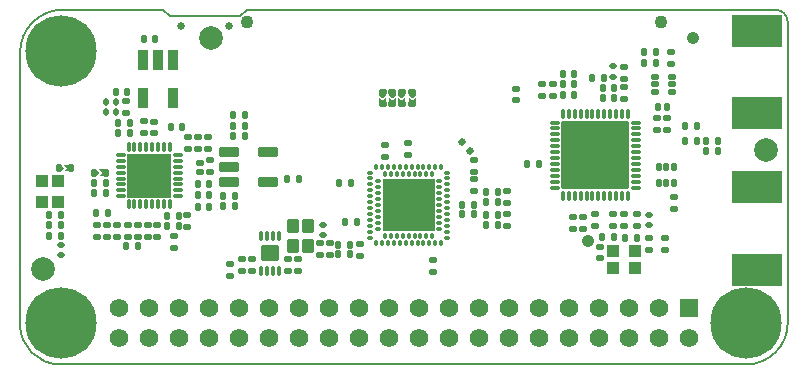
<source format=gbs>
G04*
G04 #@! TF.GenerationSoftware,Altium Limited,CircuitStudio,1.5.2 (30)*
G04*
G04 Layer_Color=8150272*
%FSLAX25Y25*%
%MOIN*%
G70*
G01*
G75*
%ADD54C,0.00500*%
%ADD101C,0.04137*%
G04:AMPARAMS|DCode=102|XSize=26.38mil|YSize=22.44mil|CornerRadius=6.3mil|HoleSize=0mil|Usage=FLASHONLY|Rotation=0.000|XOffset=0mil|YOffset=0mil|HoleType=Round|Shape=RoundedRectangle|*
%AMROUNDEDRECTD102*
21,1,0.02638,0.00984,0,0,0.0*
21,1,0.01378,0.02244,0,0,0.0*
1,1,0.01260,0.00689,-0.00492*
1,1,0.01260,-0.00689,-0.00492*
1,1,0.01260,-0.00689,0.00492*
1,1,0.01260,0.00689,0.00492*
%
%ADD102ROUNDEDRECTD102*%
G04:AMPARAMS|DCode=103|XSize=26.38mil|YSize=20.47mil|CornerRadius=5.81mil|HoleSize=0mil|Usage=FLASHONLY|Rotation=180.000|XOffset=0mil|YOffset=0mil|HoleType=Round|Shape=RoundedRectangle|*
%AMROUNDEDRECTD103*
21,1,0.02638,0.00886,0,0,180.0*
21,1,0.01476,0.02047,0,0,180.0*
1,1,0.01161,-0.00738,0.00443*
1,1,0.01161,0.00738,0.00443*
1,1,0.01161,0.00738,-0.00443*
1,1,0.01161,-0.00738,-0.00443*
%
%ADD103ROUNDEDRECTD103*%
G04:AMPARAMS|DCode=104|XSize=26.38mil|YSize=22.44mil|CornerRadius=6.3mil|HoleSize=0mil|Usage=FLASHONLY|Rotation=90.000|XOffset=0mil|YOffset=0mil|HoleType=Round|Shape=RoundedRectangle|*
%AMROUNDEDRECTD104*
21,1,0.02638,0.00984,0,0,90.0*
21,1,0.01378,0.02244,0,0,90.0*
1,1,0.01260,0.00492,0.00689*
1,1,0.01260,0.00492,-0.00689*
1,1,0.01260,-0.00492,-0.00689*
1,1,0.01260,-0.00492,0.00689*
%
%ADD104ROUNDEDRECTD104*%
G04:AMPARAMS|DCode=105|XSize=24.41mil|YSize=20.47mil|CornerRadius=5.81mil|HoleSize=0mil|Usage=FLASHONLY|Rotation=270.000|XOffset=0mil|YOffset=0mil|HoleType=Round|Shape=RoundedRectangle|*
%AMROUNDEDRECTD105*
21,1,0.02441,0.00886,0,0,270.0*
21,1,0.01280,0.02047,0,0,270.0*
1,1,0.01161,-0.00443,-0.00640*
1,1,0.01161,-0.00443,0.00640*
1,1,0.01161,0.00443,0.00640*
1,1,0.01161,0.00443,-0.00640*
%
%ADD105ROUNDEDRECTD105*%
G04:AMPARAMS|DCode=119|XSize=24.41mil|YSize=20.47mil|CornerRadius=5.81mil|HoleSize=0mil|Usage=FLASHONLY|Rotation=0.000|XOffset=0mil|YOffset=0mil|HoleType=Round|Shape=RoundedRectangle|*
%AMROUNDEDRECTD119*
21,1,0.02441,0.00886,0,0,0.0*
21,1,0.01280,0.02047,0,0,0.0*
1,1,0.01161,0.00640,-0.00443*
1,1,0.01161,-0.00640,-0.00443*
1,1,0.01161,-0.00640,0.00443*
1,1,0.01161,0.00640,0.00443*
%
%ADD119ROUNDEDRECTD119*%
%ADD122R,0.16796X0.10792*%
%ADD123C,0.07874*%
G04:AMPARAMS|DCode=126|XSize=26.38mil|YSize=20.47mil|CornerRadius=5.81mil|HoleSize=0mil|Usage=FLASHONLY|Rotation=270.000|XOffset=0mil|YOffset=0mil|HoleType=Round|Shape=RoundedRectangle|*
%AMROUNDEDRECTD126*
21,1,0.02638,0.00886,0,0,270.0*
21,1,0.01476,0.02047,0,0,270.0*
1,1,0.01161,-0.00443,-0.00738*
1,1,0.01161,-0.00443,0.00738*
1,1,0.01161,0.00443,0.00738*
1,1,0.01161,0.00443,-0.00738*
%
%ADD126ROUNDEDRECTD126*%
G04:AMPARAMS|DCode=127|XSize=16.93mil|YSize=25.76mil|CornerRadius=2.09mil|HoleSize=0mil|Usage=FLASHONLY|Rotation=180.000|XOffset=0mil|YOffset=0mil|HoleType=Round|Shape=RoundedRectangle|*
%AMROUNDEDRECTD127*
21,1,0.01693,0.02158,0,0,180.0*
21,1,0.01276,0.02576,0,0,180.0*
1,1,0.00417,-0.00638,0.01079*
1,1,0.00417,0.00638,0.01079*
1,1,0.00417,0.00638,-0.01079*
1,1,0.00417,-0.00638,-0.01079*
%
%ADD127ROUNDEDRECTD127*%
G04:AMPARAMS|DCode=128|XSize=16.93mil|YSize=25.76mil|CornerRadius=2.09mil|HoleSize=0mil|Usage=FLASHONLY|Rotation=270.000|XOffset=0mil|YOffset=0mil|HoleType=Round|Shape=RoundedRectangle|*
%AMROUNDEDRECTD128*
21,1,0.01693,0.02158,0,0,270.0*
21,1,0.01276,0.02576,0,0,270.0*
1,1,0.00417,-0.01079,-0.00638*
1,1,0.00417,-0.01079,0.00638*
1,1,0.00417,0.01079,0.00638*
1,1,0.00417,0.01079,-0.00638*
%
%ADD128ROUNDEDRECTD128*%
%ADD135C,0.02662*%
%ADD136C,0.06206*%
%ADD137R,0.06206X0.06206*%
%ADD138C,0.23748*%
%ADD139C,0.04300*%
G04:AMPARAMS|DCode=140|XSize=42.37mil|YSize=40.4mil|CornerRadius=3.37mil|HoleSize=0mil|Usage=FLASHONLY|Rotation=90.000|XOffset=0mil|YOffset=0mil|HoleType=Round|Shape=RoundedRectangle|*
%AMROUNDEDRECTD140*
21,1,0.04237,0.03366,0,0,90.0*
21,1,0.03563,0.04040,0,0,90.0*
1,1,0.00674,0.01683,0.01782*
1,1,0.00674,0.01683,-0.01782*
1,1,0.00674,-0.01683,-0.01782*
1,1,0.00674,-0.01683,0.01782*
%
%ADD140ROUNDEDRECTD140*%
G04:AMPARAMS|DCode=141|XSize=42.37mil|YSize=40.4mil|CornerRadius=3.37mil|HoleSize=0mil|Usage=FLASHONLY|Rotation=180.000|XOffset=0mil|YOffset=0mil|HoleType=Round|Shape=RoundedRectangle|*
%AMROUNDEDRECTD141*
21,1,0.04237,0.03366,0,0,180.0*
21,1,0.03563,0.04040,0,0,180.0*
1,1,0.00674,-0.01782,0.01683*
1,1,0.00674,0.01782,0.01683*
1,1,0.00674,0.01782,-0.01683*
1,1,0.00674,-0.01782,-0.01683*
%
%ADD141ROUNDEDRECTD141*%
%ADD142O,0.01284X0.03450*%
%ADD143O,0.03450X0.01284*%
%ADD144R,0.14867X0.14867*%
G04:AMPARAMS|DCode=145|XSize=227.41mil|YSize=227.41mil|CornerRadius=7.11mil|HoleSize=0mil|Usage=FLASHONLY|Rotation=90.000|XOffset=0mil|YOffset=0mil|HoleType=Round|Shape=RoundedRectangle|*
%AMROUNDEDRECTD145*
21,1,0.22741,0.21319,0,0,90.0*
21,1,0.21319,0.22741,0,0,90.0*
1,1,0.01422,0.10659,0.10659*
1,1,0.01422,0.10659,-0.10659*
1,1,0.01422,-0.10659,-0.10659*
1,1,0.01422,-0.10659,0.10659*
%
%ADD145ROUNDEDRECTD145*%
G04:AMPARAMS|DCode=146|XSize=36.47mil|YSize=14.81mil|CornerRadius=6.22mil|HoleSize=0mil|Usage=FLASHONLY|Rotation=90.000|XOffset=0mil|YOffset=0mil|HoleType=Round|Shape=RoundedRectangle|*
%AMROUNDEDRECTD146*
21,1,0.03647,0.00236,0,0,90.0*
21,1,0.02402,0.01481,0,0,90.0*
1,1,0.01245,0.00118,0.01201*
1,1,0.01245,0.00118,-0.01201*
1,1,0.01245,-0.00118,-0.01201*
1,1,0.01245,-0.00118,0.01201*
%
%ADD146ROUNDEDRECTD146*%
G04:AMPARAMS|DCode=147|XSize=36.47mil|YSize=14.81mil|CornerRadius=6.22mil|HoleSize=0mil|Usage=FLASHONLY|Rotation=180.000|XOffset=0mil|YOffset=0mil|HoleType=Round|Shape=RoundedRectangle|*
%AMROUNDEDRECTD147*
21,1,0.03647,0.00236,0,0,180.0*
21,1,0.02402,0.01481,0,0,180.0*
1,1,0.01245,-0.01201,0.00118*
1,1,0.01245,0.01201,0.00118*
1,1,0.01245,0.01201,-0.00118*
1,1,0.01245,-0.01201,-0.00118*
%
%ADD147ROUNDEDRECTD147*%
G04:AMPARAMS|DCode=148|XSize=176.23mil|YSize=176.23mil|CornerRadius=5.83mil|HoleSize=0mil|Usage=FLASHONLY|Rotation=180.000|XOffset=0mil|YOffset=0mil|HoleType=Round|Shape=RoundedRectangle|*
%AMROUNDEDRECTD148*
21,1,0.17623,0.16457,0,0,180.0*
21,1,0.16457,0.17623,0,0,180.0*
1,1,0.01166,-0.08228,0.08228*
1,1,0.01166,0.08228,0.08228*
1,1,0.01166,0.08228,-0.08228*
1,1,0.01166,-0.08228,-0.08228*
%
%ADD148ROUNDEDRECTD148*%
G04:AMPARAMS|DCode=149|XSize=18.75mil|YSize=11.66mil|CornerRadius=2.37mil|HoleSize=0mil|Usage=FLASHONLY|Rotation=270.000|XOffset=0mil|YOffset=0mil|HoleType=Round|Shape=RoundedRectangle|*
%AMROUNDEDRECTD149*
21,1,0.01875,0.00693,0,0,270.0*
21,1,0.01402,0.01166,0,0,270.0*
1,1,0.00473,-0.00347,-0.00701*
1,1,0.00473,-0.00347,0.00701*
1,1,0.00473,0.00347,0.00701*
1,1,0.00473,0.00347,-0.00701*
%
%ADD149ROUNDEDRECTD149*%
G04:AMPARAMS|DCode=150|XSize=18.75mil|YSize=11.66mil|CornerRadius=2.37mil|HoleSize=0mil|Usage=FLASHONLY|Rotation=0.000|XOffset=0mil|YOffset=0mil|HoleType=Round|Shape=RoundedRectangle|*
%AMROUNDEDRECTD150*
21,1,0.01875,0.00693,0,0,0.0*
21,1,0.01402,0.01166,0,0,0.0*
1,1,0.00473,0.00701,-0.00347*
1,1,0.00473,-0.00701,-0.00347*
1,1,0.00473,-0.00701,0.00347*
1,1,0.00473,0.00701,0.00347*
%
%ADD150ROUNDEDRECTD150*%
G04:AMPARAMS|DCode=151|XSize=59.09mil|YSize=55.15mil|CornerRadius=6.32mil|HoleSize=0mil|Usage=FLASHONLY|Rotation=180.000|XOffset=0mil|YOffset=0mil|HoleType=Round|Shape=RoundedRectangle|*
%AMROUNDEDRECTD151*
21,1,0.05909,0.04252,0,0,180.0*
21,1,0.04646,0.05515,0,0,180.0*
1,1,0.01263,-0.02323,0.02126*
1,1,0.01263,0.02323,0.02126*
1,1,0.01263,0.02323,-0.02126*
1,1,0.01263,-0.02323,-0.02126*
%
%ADD151ROUNDEDRECTD151*%
G04:AMPARAMS|DCode=152|XSize=31.53mil|YSize=13.81mil|CornerRadius=3.95mil|HoleSize=0mil|Usage=FLASHONLY|Rotation=270.000|XOffset=0mil|YOffset=0mil|HoleType=Round|Shape=RoundedRectangle|*
%AMROUNDEDRECTD152*
21,1,0.03153,0.00591,0,0,270.0*
21,1,0.02363,0.01381,0,0,270.0*
1,1,0.00791,-0.00295,-0.01181*
1,1,0.00791,-0.00295,0.01181*
1,1,0.00791,0.00295,0.01181*
1,1,0.00791,0.00295,-0.01181*
%
%ADD152ROUNDEDRECTD152*%
G04:AMPARAMS|DCode=153|XSize=28.59mil|YSize=16.78mil|CornerRadius=2.88mil|HoleSize=0mil|Usage=FLASHONLY|Rotation=180.000|XOffset=0mil|YOffset=0mil|HoleType=Round|Shape=RoundedRectangle|*
%AMROUNDEDRECTD153*
21,1,0.02859,0.01102,0,0,180.0*
21,1,0.02284,0.01678,0,0,180.0*
1,1,0.00576,-0.01142,0.00551*
1,1,0.00576,0.01142,0.00551*
1,1,0.00576,0.01142,-0.00551*
1,1,0.00576,-0.01142,-0.00551*
%
%ADD153ROUNDEDRECTD153*%
G04:AMPARAMS|DCode=154|XSize=28.59mil|YSize=16.78mil|CornerRadius=2.88mil|HoleSize=0mil|Usage=FLASHONLY|Rotation=90.000|XOffset=0mil|YOffset=0mil|HoleType=Round|Shape=RoundedRectangle|*
%AMROUNDEDRECTD154*
21,1,0.02859,0.01102,0,0,90.0*
21,1,0.02284,0.01678,0,0,90.0*
1,1,0.00576,0.00551,0.01142*
1,1,0.00576,0.00551,-0.01142*
1,1,0.00576,-0.00551,-0.01142*
1,1,0.00576,-0.00551,0.01142*
%
%ADD154ROUNDEDRECTD154*%
G04:AMPARAMS|DCode=155|XSize=26.38mil|YSize=20.47mil|CornerRadius=5.81mil|HoleSize=0mil|Usage=FLASHONLY|Rotation=225.000|XOffset=0mil|YOffset=0mil|HoleType=Round|Shape=RoundedRectangle|*
%AMROUNDEDRECTD155*
21,1,0.02638,0.00886,0,0,225.0*
21,1,0.01476,0.02047,0,0,225.0*
1,1,0.01161,-0.00835,-0.00209*
1,1,0.01161,0.00209,0.00835*
1,1,0.01161,0.00835,0.00209*
1,1,0.01161,-0.00209,-0.00835*
%
%ADD155ROUNDEDRECTD155*%
G04:AMPARAMS|DCode=156|XSize=67.96mil|YSize=32.92mil|CornerRadius=3mil|HoleSize=0mil|Usage=FLASHONLY|Rotation=90.000|XOffset=0mil|YOffset=0mil|HoleType=Round|Shape=RoundedRectangle|*
%AMROUNDEDRECTD156*
21,1,0.06796,0.02693,0,0,90.0*
21,1,0.06197,0.03292,0,0,90.0*
1,1,0.00599,0.01347,0.03098*
1,1,0.00599,0.01347,-0.03098*
1,1,0.00599,-0.01347,-0.03098*
1,1,0.00599,-0.01347,0.03098*
%
%ADD156ROUNDEDRECTD156*%
G04:AMPARAMS|DCode=157|XSize=38.19mil|YSize=46.06mil|CornerRadius=2.26mil|HoleSize=0mil|Usage=FLASHONLY|Rotation=0.000|XOffset=0mil|YOffset=0mil|HoleType=Round|Shape=RoundedRectangle|*
%AMROUNDEDRECTD157*
21,1,0.03819,0.04154,0,0,0.0*
21,1,0.03366,0.04606,0,0,0.0*
1,1,0.00453,0.01683,-0.02077*
1,1,0.00453,-0.01683,-0.02077*
1,1,0.00453,-0.01683,0.02077*
1,1,0.00453,0.01683,0.02077*
%
%ADD157ROUNDEDRECTD157*%
G04:AMPARAMS|DCode=158|XSize=68mil|YSize=33mil|CornerRadius=4.5mil|HoleSize=0mil|Usage=FLASHONLY|Rotation=180.000|XOffset=0mil|YOffset=0mil|HoleType=Round|Shape=RoundedRectangle|*
%AMROUNDEDRECTD158*
21,1,0.06800,0.02400,0,0,180.0*
21,1,0.05900,0.03300,0,0,180.0*
1,1,0.00900,-0.02950,0.01200*
1,1,0.00900,0.02950,0.01200*
1,1,0.00900,0.02950,-0.01200*
1,1,0.00900,-0.02950,-0.01200*
%
%ADD158ROUNDEDRECTD158*%
G36*
X1051006Y763781D02*
X1049306D01*
Y763881D01*
X1050206Y764781D01*
Y765081D01*
X1049306Y765981D01*
Y766081D01*
X1051006D01*
Y763781D01*
D02*
G37*
G36*
X1156676Y786681D02*
X1154376D01*
Y788381D01*
X1154476D01*
X1155376Y787481D01*
X1155676D01*
X1156576Y788381D01*
X1156676D01*
Y786681D01*
D02*
G37*
G36*
X1159876D02*
X1157576D01*
Y788381D01*
X1157676D01*
X1158576Y787481D01*
X1158876D01*
X1159776Y788381D01*
X1159876D01*
Y786681D01*
D02*
G37*
G36*
X1060946Y763551D02*
Y763251D01*
X1059946Y762251D01*
X1059146D01*
Y764551D01*
X1059946D01*
X1060946Y763551D01*
D02*
G37*
G36*
X1062706Y762251D02*
X1061006D01*
Y762351D01*
X1061906Y763251D01*
Y763551D01*
X1061006Y764451D01*
Y764551D01*
X1062706D01*
Y762251D01*
D02*
G37*
G36*
X1049246Y765081D02*
Y764781D01*
X1048246Y763781D01*
X1047446D01*
Y766081D01*
X1048246D01*
X1049246Y765081D01*
D02*
G37*
G36*
X1159876Y789281D02*
X1158876Y788281D01*
X1158576D01*
X1157576Y789281D01*
Y790081D01*
X1159876D01*
Y789281D01*
D02*
G37*
G36*
X1163076D02*
X1162076Y788281D01*
X1161776D01*
X1160776Y789281D01*
Y790081D01*
X1163076D01*
Y789281D01*
D02*
G37*
G36*
X1166476D02*
X1165476Y788281D01*
X1165176D01*
X1164176Y789281D01*
Y790081D01*
X1166476D01*
Y789281D01*
D02*
G37*
G36*
X1163076Y786681D02*
X1160776D01*
Y788381D01*
X1160876D01*
X1161776Y787481D01*
X1162076D01*
X1162976Y788381D01*
X1163076D01*
Y786681D01*
D02*
G37*
G36*
X1166476D02*
X1164176D01*
Y788381D01*
X1164276D01*
X1165176Y787481D01*
X1165476D01*
X1166376Y788381D01*
X1166476D01*
Y786681D01*
D02*
G37*
G36*
X1156676Y789281D02*
X1155676Y788281D01*
X1155376D01*
X1154376Y789281D01*
Y790081D01*
X1156676D01*
Y789281D01*
D02*
G37*
D54*
X1276749Y699502D02*
G03*
X1290528Y713281I0J13780D01*
G01*
X1034623Y712769D02*
G03*
X1047891Y699502I13268J0D01*
G01*
X1048995Y817730D02*
G03*
X1034623Y803358I0J-14372D01*
G01*
X1290528Y813564D02*
G03*
X1286362Y817730I-4166J0D01*
G01*
X1047891Y699502D02*
X1276749Y699502D01*
X1034623Y712769D02*
X1034623Y796470D01*
X1290528Y718006D02*
Y767631D01*
X1084591Y815466D02*
X1107961D01*
X1034623Y796470D02*
Y803358D01*
X1290528Y713281D02*
Y718006D01*
X1110224Y817730D02*
X1286362D01*
X1290528Y767631D02*
Y813564D01*
X1082327Y817730D02*
X1084591Y815466D01*
X1048995Y817730D02*
X1082327D01*
X1107961Y815466D02*
X1110224Y817730D01*
D101*
X1259076Y808281D02*
D03*
X1223876Y740681D02*
D03*
D102*
X1236076Y798550D02*
D03*
Y794613D02*
D03*
X1137806Y739940D02*
D03*
Y736003D02*
D03*
X1134506Y739920D02*
D03*
Y735983D02*
D03*
X1199991Y787484D02*
D03*
Y791421D02*
D03*
X1085876Y738413D02*
D03*
Y742350D02*
D03*
X1090776Y775150D02*
D03*
Y771213D02*
D03*
X1111976Y730743D02*
D03*
Y734680D02*
D03*
X1244141Y741698D02*
D03*
Y737761D02*
D03*
X1240204Y745635D02*
D03*
Y749572D02*
D03*
X1236076Y787913D02*
D03*
Y791850D02*
D03*
X1247103Y777572D02*
D03*
Y781509D02*
D03*
X1222276Y744713D02*
D03*
Y748650D02*
D03*
X1232330Y749572D02*
D03*
Y745635D02*
D03*
X1212251Y792879D02*
D03*
Y788942D02*
D03*
X1208708D02*
D03*
Y792879D02*
D03*
X1097376Y775150D02*
D03*
Y771213D02*
D03*
X1156175Y768727D02*
D03*
Y772664D02*
D03*
X1147876Y739550D02*
D03*
Y735613D02*
D03*
X1172376Y734150D02*
D03*
Y730213D02*
D03*
X1164032Y773242D02*
D03*
Y769305D02*
D03*
X1060176Y746050D02*
D03*
Y742113D02*
D03*
X1076076Y780450D02*
D03*
Y776513D02*
D03*
X1079239Y780427D02*
D03*
Y776490D02*
D03*
X1070479Y746027D02*
D03*
Y742090D02*
D03*
X1077172D02*
D03*
Y746027D02*
D03*
X1080322Y742090D02*
D03*
Y746027D02*
D03*
X1227976Y738750D02*
D03*
Y734813D02*
D03*
X1090410Y745289D02*
D03*
Y749226D02*
D03*
X1069876Y787250D02*
D03*
Y783313D02*
D03*
X1252676Y755350D02*
D03*
Y751413D02*
D03*
X1236070Y749572D02*
D03*
Y745635D02*
D03*
X1250253Y777572D02*
D03*
Y781509D02*
D03*
X1251631Y799620D02*
D03*
Y803557D02*
D03*
D103*
X1249476Y737681D02*
D03*
Y741681D02*
D03*
X1124026Y734711D02*
D03*
Y730711D02*
D03*
X1127216Y734671D02*
D03*
Y730671D02*
D03*
X1108586Y734741D02*
D03*
Y730741D02*
D03*
X1165316Y786401D02*
D03*
Y790401D02*
D03*
X1161956Y786401D02*
D03*
Y790401D02*
D03*
X1158716Y786391D02*
D03*
Y790391D02*
D03*
X1155536Y786411D02*
D03*
Y790411D02*
D03*
X1196956Y753243D02*
D03*
Y757243D02*
D03*
X1196956Y745566D02*
D03*
Y749566D02*
D03*
X1218876Y748681D02*
D03*
Y744681D02*
D03*
X1186080Y763761D02*
D03*
Y767761D02*
D03*
X1185953Y757245D02*
D03*
Y761245D02*
D03*
X1104576Y728881D02*
D03*
Y732881D02*
D03*
X1073876Y746081D02*
D03*
Y742081D02*
D03*
X1067076D02*
D03*
Y746081D02*
D03*
X1094076Y775181D02*
D03*
Y771181D02*
D03*
X1063576Y746081D02*
D03*
Y742081D02*
D03*
X1226425Y745604D02*
D03*
Y749604D02*
D03*
X1097976Y767581D02*
D03*
Y763581D02*
D03*
D104*
X1048344Y749181D02*
D03*
X1044407D02*
D03*
X1070444Y790381D02*
D03*
X1066507D02*
D03*
X1048344Y742381D02*
D03*
X1044407D02*
D03*
X1048344Y745781D02*
D03*
X1044407D02*
D03*
X1059207Y763381D02*
D03*
X1063144D02*
D03*
X1240204Y741698D02*
D03*
X1236267D02*
D03*
X1232527Y741895D02*
D03*
X1228590D02*
D03*
X1207724Y766305D02*
D03*
X1203787D02*
D03*
X1229144Y794981D02*
D03*
X1225207D02*
D03*
X1219444Y789181D02*
D03*
X1215507D02*
D03*
X1219444Y792781D02*
D03*
X1215507D02*
D03*
X1232744Y791681D02*
D03*
X1228807D02*
D03*
X1232744Y788181D02*
D03*
X1228807D02*
D03*
X1215507Y796381D02*
D03*
X1219444D02*
D03*
X1144944Y759781D02*
D03*
X1141007D02*
D03*
X1143107Y747081D02*
D03*
X1147044D02*
D03*
X1063146Y760053D02*
D03*
X1059209D02*
D03*
X1059207Y756681D02*
D03*
X1063144D02*
D03*
X1060007Y750081D02*
D03*
X1063944D02*
D03*
X1074022Y738940D02*
D03*
X1070085D02*
D03*
X1097792Y759757D02*
D03*
X1093855D02*
D03*
X1084807Y778681D02*
D03*
X1088744D02*
D03*
X1067207Y776581D02*
D03*
X1071144D02*
D03*
X1067207Y779981D02*
D03*
X1071144D02*
D03*
X1097792Y755919D02*
D03*
X1093855D02*
D03*
X1097792Y752080D02*
D03*
X1093855D02*
D03*
X1127615Y761234D02*
D03*
X1123678D02*
D03*
X1079780Y807887D02*
D03*
X1075843D02*
D03*
X1109603Y782494D02*
D03*
X1105666D02*
D03*
X1109603Y779049D02*
D03*
X1105666D02*
D03*
X1109579Y775662D02*
D03*
X1105642D02*
D03*
X1182007Y749481D02*
D03*
X1185944D02*
D03*
Y752681D02*
D03*
X1182007D02*
D03*
D105*
X1063203Y783681D02*
D03*
X1066549D02*
D03*
X1063203Y786981D02*
D03*
X1066549D02*
D03*
D119*
X1135766Y742534D02*
D03*
Y745880D02*
D03*
X1048275Y739354D02*
D03*
Y736007D02*
D03*
X1244141Y745931D02*
D03*
Y749277D02*
D03*
X1232330Y798785D02*
D03*
Y795439D02*
D03*
D122*
X1280174Y758448D02*
D03*
Y730948D02*
D03*
Y810614D02*
D03*
Y783114D02*
D03*
D123*
X1283127Y770886D02*
D03*
X1098136Y808401D02*
D03*
X1042280Y731214D02*
D03*
D126*
X1246776Y800081D02*
D03*
X1242776D02*
D03*
X1246776Y803581D02*
D03*
X1242776D02*
D03*
X1102176Y755581D02*
D03*
X1106176D02*
D03*
X1051556Y764911D02*
D03*
X1047556D02*
D03*
X1260176Y778981D02*
D03*
X1256176D02*
D03*
X1260176Y773981D02*
D03*
X1256176D02*
D03*
X1267176Y770581D02*
D03*
X1263176D02*
D03*
X1267176Y773881D02*
D03*
X1263176D02*
D03*
X1190059Y756795D02*
D03*
X1194059D02*
D03*
X1190035Y753557D02*
D03*
X1194035D02*
D03*
X1190059Y749118D02*
D03*
X1194059D02*
D03*
X1083587Y745486D02*
D03*
X1087587D02*
D03*
X1102176Y752281D02*
D03*
X1106176D02*
D03*
X1190059Y745870D02*
D03*
X1194059D02*
D03*
X1140566Y739411D02*
D03*
X1144566D02*
D03*
X1083587Y749029D02*
D03*
X1087587D02*
D03*
X1140576Y736181D02*
D03*
X1144576D02*
D03*
D127*
X1247176Y785281D02*
D03*
X1250176D02*
D03*
D128*
X1094576Y763681D02*
D03*
Y766681D02*
D03*
D135*
X1104348Y812331D02*
D03*
X1088403D02*
D03*
D136*
X1097576Y718281D02*
D03*
Y708281D02*
D03*
X1087576Y718281D02*
D03*
Y708281D02*
D03*
X1077576Y718281D02*
D03*
Y708281D02*
D03*
X1067576Y718281D02*
D03*
Y708281D02*
D03*
X1107576D02*
D03*
Y718281D02*
D03*
X1117576Y708281D02*
D03*
Y718281D02*
D03*
X1127576Y708281D02*
D03*
Y718281D02*
D03*
X1137576Y708281D02*
D03*
Y718281D02*
D03*
X1147576Y708281D02*
D03*
Y718281D02*
D03*
X1157576Y708281D02*
D03*
Y718281D02*
D03*
X1167576Y708281D02*
D03*
Y718281D02*
D03*
X1177576Y708281D02*
D03*
Y718281D02*
D03*
X1187576Y708281D02*
D03*
Y718281D02*
D03*
X1197576Y708281D02*
D03*
Y718281D02*
D03*
X1207576Y708281D02*
D03*
Y718281D02*
D03*
X1217576Y708281D02*
D03*
Y718281D02*
D03*
X1227576Y708281D02*
D03*
Y718281D02*
D03*
X1237576Y708281D02*
D03*
Y718281D02*
D03*
X1247576Y708281D02*
D03*
Y718281D02*
D03*
X1257576Y708281D02*
D03*
D137*
Y718281D02*
D03*
D138*
X1048402Y713281D02*
D03*
Y803832D02*
D03*
X1276749Y713281D02*
D03*
D139*
X1110176Y813561D02*
D03*
X1248276D02*
D03*
D140*
X1047398Y753458D02*
D03*
X1041887D02*
D03*
Y760742D02*
D03*
X1047398D02*
D03*
D141*
X1239717Y737237D02*
D03*
Y731725D02*
D03*
X1232434D02*
D03*
Y737237D02*
D03*
D142*
X1084603Y752868D02*
D03*
X1082635D02*
D03*
X1080666D02*
D03*
X1078698D02*
D03*
X1076729D02*
D03*
X1074761D02*
D03*
X1072792D02*
D03*
X1070824D02*
D03*
Y771962D02*
D03*
X1072792D02*
D03*
X1074761D02*
D03*
X1076729D02*
D03*
X1078698D02*
D03*
X1080666D02*
D03*
X1082635D02*
D03*
X1084603D02*
D03*
D143*
X1068166Y755525D02*
D03*
Y757494D02*
D03*
Y759462D02*
D03*
Y761431D02*
D03*
Y763399D02*
D03*
Y765368D02*
D03*
Y767336D02*
D03*
Y769305D02*
D03*
X1087261D02*
D03*
Y767336D02*
D03*
Y765368D02*
D03*
Y763399D02*
D03*
Y761431D02*
D03*
Y759462D02*
D03*
Y757494D02*
D03*
Y755525D02*
D03*
D144*
X1077713Y762415D02*
D03*
D145*
X1226425Y769257D02*
D03*
D146*
X1237251Y782840D02*
D03*
X1235283D02*
D03*
X1233314D02*
D03*
X1231346D02*
D03*
X1229377D02*
D03*
X1227409D02*
D03*
X1225440D02*
D03*
X1223472D02*
D03*
X1221503D02*
D03*
X1219535D02*
D03*
X1217566D02*
D03*
X1215598D02*
D03*
Y755675D02*
D03*
X1217566D02*
D03*
X1219535D02*
D03*
X1221503D02*
D03*
X1223472D02*
D03*
X1225440D02*
D03*
X1227409D02*
D03*
X1229377D02*
D03*
X1231346D02*
D03*
X1233314D02*
D03*
X1235283D02*
D03*
X1237251D02*
D03*
D147*
X1212842Y780084D02*
D03*
Y778116D02*
D03*
Y776147D02*
D03*
Y774179D02*
D03*
Y772210D02*
D03*
Y770242D02*
D03*
Y768273D02*
D03*
Y766305D02*
D03*
Y764336D02*
D03*
Y762368D02*
D03*
Y760399D02*
D03*
Y758431D02*
D03*
X1240007D02*
D03*
Y760399D02*
D03*
Y762368D02*
D03*
Y764336D02*
D03*
Y766305D02*
D03*
Y768273D02*
D03*
Y770242D02*
D03*
Y772210D02*
D03*
Y774179D02*
D03*
Y776147D02*
D03*
Y778116D02*
D03*
Y780084D02*
D03*
D148*
X1164176Y752601D02*
D03*
D149*
X1172050Y762837D02*
D03*
X1170081D02*
D03*
X1168113D02*
D03*
X1166144D02*
D03*
X1164176D02*
D03*
X1162207D02*
D03*
X1160239D02*
D03*
X1158270D02*
D03*
X1156302D02*
D03*
Y742365D02*
D03*
X1158270D02*
D03*
X1160239D02*
D03*
X1162207D02*
D03*
X1164176D02*
D03*
X1166144D02*
D03*
X1168113D02*
D03*
X1170081D02*
D03*
X1172050D02*
D03*
X1175002Y765396D02*
D03*
X1173034D02*
D03*
X1171065D02*
D03*
X1169097D02*
D03*
X1167128D02*
D03*
X1165160D02*
D03*
X1163191D02*
D03*
X1161223D02*
D03*
X1159254D02*
D03*
X1157286D02*
D03*
X1155317D02*
D03*
X1153349D02*
D03*
Y739806D02*
D03*
X1155317D02*
D03*
X1157286D02*
D03*
X1159254D02*
D03*
X1161223D02*
D03*
X1163191D02*
D03*
X1165160D02*
D03*
X1167128D02*
D03*
X1169097D02*
D03*
X1171065D02*
D03*
X1173034D02*
D03*
X1175002D02*
D03*
D150*
X1153939Y760475D02*
D03*
Y758507D02*
D03*
Y756538D02*
D03*
Y754570D02*
D03*
Y752601D02*
D03*
Y750633D02*
D03*
Y748664D02*
D03*
Y746696D02*
D03*
Y744727D02*
D03*
X1174412D02*
D03*
Y746696D02*
D03*
Y748664D02*
D03*
Y750633D02*
D03*
Y752601D02*
D03*
Y754570D02*
D03*
Y756538D02*
D03*
Y758507D02*
D03*
Y760475D02*
D03*
X1151380Y763428D02*
D03*
Y761459D02*
D03*
Y759491D02*
D03*
Y757522D02*
D03*
Y755554D02*
D03*
Y753585D02*
D03*
Y751617D02*
D03*
Y749648D02*
D03*
Y747680D02*
D03*
Y745711D02*
D03*
Y743743D02*
D03*
Y741774D02*
D03*
X1176971D02*
D03*
Y743743D02*
D03*
Y745711D02*
D03*
Y747680D02*
D03*
Y749648D02*
D03*
Y751617D02*
D03*
Y753585D02*
D03*
Y755554D02*
D03*
Y757522D02*
D03*
Y759491D02*
D03*
Y761459D02*
D03*
Y763428D02*
D03*
D151*
X1117936Y736511D02*
D03*
D152*
X1114983Y730605D02*
D03*
X1116952D02*
D03*
X1118920D02*
D03*
X1120889D02*
D03*
Y742417D02*
D03*
X1118920D02*
D03*
X1116952D02*
D03*
X1114983D02*
D03*
D153*
X1251832Y795340D02*
D03*
Y792781D02*
D03*
Y790222D02*
D03*
X1246320Y795340D02*
D03*
Y792781D02*
D03*
Y790222D02*
D03*
D154*
X1252635Y759925D02*
D03*
X1250076D02*
D03*
X1247517D02*
D03*
X1252635Y765437D02*
D03*
X1250076D02*
D03*
X1247517D02*
D03*
D155*
X1181909Y773475D02*
D03*
X1184738Y770646D02*
D03*
D156*
X1080792Y801006D02*
D03*
X1085792D02*
D03*
X1075792D02*
D03*
X1085792Y788250D02*
D03*
X1075792D02*
D03*
D157*
X1130735Y745627D02*
D03*
X1125616D02*
D03*
Y738935D02*
D03*
X1130735D02*
D03*
D158*
X1104433Y760368D02*
D03*
Y765368D02*
D03*
Y770368D02*
D03*
X1117333Y760368D02*
D03*
Y770368D02*
D03*
M02*

</source>
